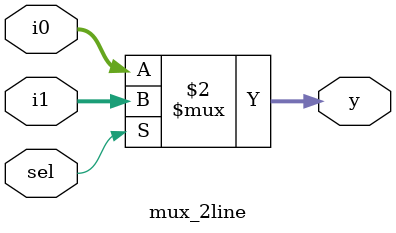
<source format=v>

module mux_2line(i0, i1, y, sel);
    input [31:0] i0;
    input [31:0] i1;    
    input sel;
	 output [31:0] y;

	 assign y = (sel == 1'b 1) ? i1 : i0 ;

endmodule

</source>
